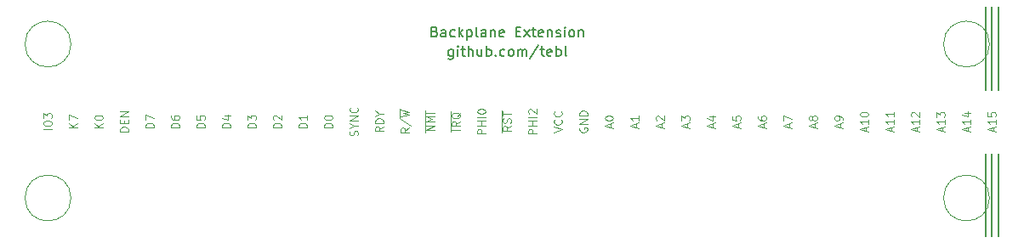
<source format=gto>
G04 #@! TF.FileFunction,Legend,Top*
%FSLAX46Y46*%
G04 Gerber Fmt 4.6, Leading zero omitted, Abs format (unit mm)*
G04 Created by KiCad (PCBNEW 4.0.7) date 01/27/20 16:21:50*
%MOMM*%
%LPD*%
G01*
G04 APERTURE LIST*
%ADD10C,0.100000*%
%ADD11C,0.200000*%
%ADD12C,0.150000*%
%ADD13C,0.120000*%
G04 APERTURE END LIST*
D10*
X154540000Y-107289523D02*
X154501905Y-107365714D01*
X154501905Y-107479999D01*
X154540000Y-107594285D01*
X154616190Y-107670476D01*
X154692381Y-107708571D01*
X154844762Y-107746666D01*
X154959048Y-107746666D01*
X155111429Y-107708571D01*
X155187619Y-107670476D01*
X155263810Y-107594285D01*
X155301905Y-107479999D01*
X155301905Y-107403809D01*
X155263810Y-107289523D01*
X155225714Y-107251428D01*
X154959048Y-107251428D01*
X154959048Y-107403809D01*
X155301905Y-106908571D02*
X154501905Y-106908571D01*
X155301905Y-106451428D01*
X154501905Y-106451428D01*
X155301905Y-106070476D02*
X154501905Y-106070476D01*
X154501905Y-105880000D01*
X154540000Y-105765714D01*
X154616190Y-105689523D01*
X154692381Y-105651428D01*
X154844762Y-105613333D01*
X154959048Y-105613333D01*
X155111429Y-105651428D01*
X155187619Y-105689523D01*
X155263810Y-105765714D01*
X155301905Y-105880000D01*
X155301905Y-106070476D01*
X151961905Y-107746667D02*
X152761905Y-107480000D01*
X151961905Y-107213333D01*
X152685714Y-106489524D02*
X152723810Y-106527619D01*
X152761905Y-106641905D01*
X152761905Y-106718095D01*
X152723810Y-106832381D01*
X152647619Y-106908572D01*
X152571429Y-106946667D01*
X152419048Y-106984762D01*
X152304762Y-106984762D01*
X152152381Y-106946667D01*
X152076190Y-106908572D01*
X152000000Y-106832381D01*
X151961905Y-106718095D01*
X151961905Y-106641905D01*
X152000000Y-106527619D01*
X152038095Y-106489524D01*
X152685714Y-105689524D02*
X152723810Y-105727619D01*
X152761905Y-105841905D01*
X152761905Y-105918095D01*
X152723810Y-106032381D01*
X152647619Y-106108572D01*
X152571429Y-106146667D01*
X152419048Y-106184762D01*
X152304762Y-106184762D01*
X152152381Y-106146667D01*
X152076190Y-106108572D01*
X152000000Y-106032381D01*
X151961905Y-105918095D01*
X151961905Y-105841905D01*
X152000000Y-105727619D01*
X152038095Y-105689524D01*
X150221905Y-107880000D02*
X149421905Y-107880000D01*
X149421905Y-107575238D01*
X149460000Y-107499047D01*
X149498095Y-107460952D01*
X149574286Y-107422857D01*
X149688571Y-107422857D01*
X149764762Y-107460952D01*
X149802857Y-107499047D01*
X149840952Y-107575238D01*
X149840952Y-107880000D01*
X150221905Y-107080000D02*
X149421905Y-107080000D01*
X149802857Y-107080000D02*
X149802857Y-106622857D01*
X150221905Y-106622857D02*
X149421905Y-106622857D01*
X150221905Y-106241905D02*
X149421905Y-106241905D01*
X149498095Y-105899048D02*
X149460000Y-105860953D01*
X149421905Y-105784762D01*
X149421905Y-105594286D01*
X149460000Y-105518096D01*
X149498095Y-105480000D01*
X149574286Y-105441905D01*
X149650476Y-105441905D01*
X149764762Y-105480000D01*
X150221905Y-105937143D01*
X150221905Y-105441905D01*
X147681905Y-107118095D02*
X147300952Y-107384762D01*
X147681905Y-107575238D02*
X146881905Y-107575238D01*
X146881905Y-107270476D01*
X146920000Y-107194285D01*
X146958095Y-107156190D01*
X147034286Y-107118095D01*
X147148571Y-107118095D01*
X147224762Y-107156190D01*
X147262857Y-107194285D01*
X147300952Y-107270476D01*
X147300952Y-107575238D01*
X147643810Y-106813333D02*
X147681905Y-106699047D01*
X147681905Y-106508571D01*
X147643810Y-106432381D01*
X147605714Y-106394285D01*
X147529524Y-106356190D01*
X147453333Y-106356190D01*
X147377143Y-106394285D01*
X147339048Y-106432381D01*
X147300952Y-106508571D01*
X147262857Y-106660952D01*
X147224762Y-106737143D01*
X147186667Y-106775238D01*
X147110476Y-106813333D01*
X147034286Y-106813333D01*
X146958095Y-106775238D01*
X146920000Y-106737143D01*
X146881905Y-106660952D01*
X146881905Y-106470476D01*
X146920000Y-106356190D01*
X146881905Y-106127619D02*
X146881905Y-105670476D01*
X147681905Y-105899047D02*
X146881905Y-105899047D01*
X146744000Y-107765714D02*
X146744000Y-105594285D01*
X145141905Y-107880000D02*
X144341905Y-107880000D01*
X144341905Y-107575238D01*
X144380000Y-107499047D01*
X144418095Y-107460952D01*
X144494286Y-107422857D01*
X144608571Y-107422857D01*
X144684762Y-107460952D01*
X144722857Y-107499047D01*
X144760952Y-107575238D01*
X144760952Y-107880000D01*
X145141905Y-107080000D02*
X144341905Y-107080000D01*
X144722857Y-107080000D02*
X144722857Y-106622857D01*
X145141905Y-106622857D02*
X144341905Y-106622857D01*
X145141905Y-106241905D02*
X144341905Y-106241905D01*
X144341905Y-105708572D02*
X144341905Y-105632381D01*
X144380000Y-105556191D01*
X144418095Y-105518096D01*
X144494286Y-105480000D01*
X144646667Y-105441905D01*
X144837143Y-105441905D01*
X144989524Y-105480000D01*
X145065714Y-105518096D01*
X145103810Y-105556191D01*
X145141905Y-105632381D01*
X145141905Y-105708572D01*
X145103810Y-105784762D01*
X145065714Y-105822858D01*
X144989524Y-105860953D01*
X144837143Y-105899048D01*
X144646667Y-105899048D01*
X144494286Y-105860953D01*
X144418095Y-105822858D01*
X144380000Y-105784762D01*
X144341905Y-105708572D01*
X142601905Y-107499047D02*
X141801905Y-107499047D01*
X142601905Y-106660952D02*
X142220952Y-106927619D01*
X142601905Y-107118095D02*
X141801905Y-107118095D01*
X141801905Y-106813333D01*
X141840000Y-106737142D01*
X141878095Y-106699047D01*
X141954286Y-106660952D01*
X142068571Y-106660952D01*
X142144762Y-106699047D01*
X142182857Y-106737142D01*
X142220952Y-106813333D01*
X142220952Y-107118095D01*
X142678095Y-105784761D02*
X142640000Y-105860952D01*
X142563810Y-105937142D01*
X142449524Y-106051428D01*
X142411429Y-106127619D01*
X142411429Y-106203809D01*
X142601905Y-106165714D02*
X142563810Y-106241904D01*
X142487619Y-106318095D01*
X142335238Y-106356190D01*
X142068571Y-106356190D01*
X141916190Y-106318095D01*
X141840000Y-106241904D01*
X141801905Y-106165714D01*
X141801905Y-106013333D01*
X141840000Y-105937142D01*
X141916190Y-105860952D01*
X142068571Y-105822857D01*
X142335238Y-105822857D01*
X142487619Y-105860952D01*
X142563810Y-105937142D01*
X142601905Y-106013333D01*
X142601905Y-106165714D01*
X141664000Y-107689523D02*
X141664000Y-105670476D01*
X140061905Y-107556190D02*
X139261905Y-107556190D01*
X140061905Y-107099047D01*
X139261905Y-107099047D01*
X140061905Y-106718095D02*
X139261905Y-106718095D01*
X139833333Y-106451428D01*
X139261905Y-106184761D01*
X140061905Y-106184761D01*
X140061905Y-105803809D02*
X139261905Y-105803809D01*
X139124000Y-107746666D02*
X139124000Y-105613333D01*
X137521905Y-107308571D02*
X137140952Y-107575238D01*
X137521905Y-107765714D02*
X136721905Y-107765714D01*
X136721905Y-107460952D01*
X136760000Y-107384761D01*
X136798095Y-107346666D01*
X136874286Y-107308571D01*
X136988571Y-107308571D01*
X137064762Y-107346666D01*
X137102857Y-107384761D01*
X137140952Y-107460952D01*
X137140952Y-107765714D01*
X136683810Y-106394285D02*
X137712381Y-107080000D01*
X136721905Y-106203809D02*
X137521905Y-106013333D01*
X136950476Y-105860952D01*
X137521905Y-105708571D01*
X136721905Y-105518095D01*
X136584000Y-106318095D02*
X136584000Y-105403809D01*
X134981905Y-107175238D02*
X134600952Y-107441905D01*
X134981905Y-107632381D02*
X134181905Y-107632381D01*
X134181905Y-107327619D01*
X134220000Y-107251428D01*
X134258095Y-107213333D01*
X134334286Y-107175238D01*
X134448571Y-107175238D01*
X134524762Y-107213333D01*
X134562857Y-107251428D01*
X134600952Y-107327619D01*
X134600952Y-107632381D01*
X134981905Y-106832381D02*
X134181905Y-106832381D01*
X134181905Y-106641905D01*
X134220000Y-106527619D01*
X134296190Y-106451428D01*
X134372381Y-106413333D01*
X134524762Y-106375238D01*
X134639048Y-106375238D01*
X134791429Y-106413333D01*
X134867619Y-106451428D01*
X134943810Y-106527619D01*
X134981905Y-106641905D01*
X134981905Y-106832381D01*
X134600952Y-105880000D02*
X134981905Y-105880000D01*
X134181905Y-106146667D02*
X134600952Y-105880000D01*
X134181905Y-105613333D01*
D11*
X196215000Y-103505000D02*
X196215000Y-95250000D01*
X195580000Y-95250000D02*
X195580000Y-103505000D01*
X194945000Y-103505000D02*
X194945000Y-95250000D01*
X196215000Y-109855000D02*
X196215000Y-118110000D01*
X195580000Y-118110000D02*
X195580000Y-109855000D01*
X194945000Y-109855000D02*
X194945000Y-118110000D01*
D10*
X195713333Y-107632381D02*
X195713333Y-107251429D01*
X195941905Y-107708572D02*
X195141905Y-107441905D01*
X195941905Y-107175238D01*
X195941905Y-106489524D02*
X195941905Y-106946667D01*
X195941905Y-106718096D02*
X195141905Y-106718096D01*
X195256190Y-106794286D01*
X195332381Y-106870477D01*
X195370476Y-106946667D01*
X195141905Y-105765714D02*
X195141905Y-106146667D01*
X195522857Y-106184762D01*
X195484762Y-106146667D01*
X195446667Y-106070476D01*
X195446667Y-105880000D01*
X195484762Y-105803810D01*
X195522857Y-105765714D01*
X195599048Y-105727619D01*
X195789524Y-105727619D01*
X195865714Y-105765714D01*
X195903810Y-105803810D01*
X195941905Y-105880000D01*
X195941905Y-106070476D01*
X195903810Y-106146667D01*
X195865714Y-106184762D01*
X193173333Y-107632381D02*
X193173333Y-107251429D01*
X193401905Y-107708572D02*
X192601905Y-107441905D01*
X193401905Y-107175238D01*
X193401905Y-106489524D02*
X193401905Y-106946667D01*
X193401905Y-106718096D02*
X192601905Y-106718096D01*
X192716190Y-106794286D01*
X192792381Y-106870477D01*
X192830476Y-106946667D01*
X192868571Y-105803810D02*
X193401905Y-105803810D01*
X192563810Y-105994286D02*
X193135238Y-106184762D01*
X193135238Y-105689524D01*
X190633333Y-107632381D02*
X190633333Y-107251429D01*
X190861905Y-107708572D02*
X190061905Y-107441905D01*
X190861905Y-107175238D01*
X190861905Y-106489524D02*
X190861905Y-106946667D01*
X190861905Y-106718096D02*
X190061905Y-106718096D01*
X190176190Y-106794286D01*
X190252381Y-106870477D01*
X190290476Y-106946667D01*
X190061905Y-106222857D02*
X190061905Y-105727619D01*
X190366667Y-105994286D01*
X190366667Y-105880000D01*
X190404762Y-105803810D01*
X190442857Y-105765714D01*
X190519048Y-105727619D01*
X190709524Y-105727619D01*
X190785714Y-105765714D01*
X190823810Y-105803810D01*
X190861905Y-105880000D01*
X190861905Y-106108572D01*
X190823810Y-106184762D01*
X190785714Y-106222857D01*
X188093333Y-107632381D02*
X188093333Y-107251429D01*
X188321905Y-107708572D02*
X187521905Y-107441905D01*
X188321905Y-107175238D01*
X188321905Y-106489524D02*
X188321905Y-106946667D01*
X188321905Y-106718096D02*
X187521905Y-106718096D01*
X187636190Y-106794286D01*
X187712381Y-106870477D01*
X187750476Y-106946667D01*
X187598095Y-106184762D02*
X187560000Y-106146667D01*
X187521905Y-106070476D01*
X187521905Y-105880000D01*
X187560000Y-105803810D01*
X187598095Y-105765714D01*
X187674286Y-105727619D01*
X187750476Y-105727619D01*
X187864762Y-105765714D01*
X188321905Y-106222857D01*
X188321905Y-105727619D01*
X185553333Y-107632381D02*
X185553333Y-107251429D01*
X185781905Y-107708572D02*
X184981905Y-107441905D01*
X185781905Y-107175238D01*
X185781905Y-106489524D02*
X185781905Y-106946667D01*
X185781905Y-106718096D02*
X184981905Y-106718096D01*
X185096190Y-106794286D01*
X185172381Y-106870477D01*
X185210476Y-106946667D01*
X185781905Y-105727619D02*
X185781905Y-106184762D01*
X185781905Y-105956191D02*
X184981905Y-105956191D01*
X185096190Y-106032381D01*
X185172381Y-106108572D01*
X185210476Y-106184762D01*
X183013333Y-107632381D02*
X183013333Y-107251429D01*
X183241905Y-107708572D02*
X182441905Y-107441905D01*
X183241905Y-107175238D01*
X183241905Y-106489524D02*
X183241905Y-106946667D01*
X183241905Y-106718096D02*
X182441905Y-106718096D01*
X182556190Y-106794286D01*
X182632381Y-106870477D01*
X182670476Y-106946667D01*
X182441905Y-105994286D02*
X182441905Y-105918095D01*
X182480000Y-105841905D01*
X182518095Y-105803810D01*
X182594286Y-105765714D01*
X182746667Y-105727619D01*
X182937143Y-105727619D01*
X183089524Y-105765714D01*
X183165714Y-105803810D01*
X183203810Y-105841905D01*
X183241905Y-105918095D01*
X183241905Y-105994286D01*
X183203810Y-106070476D01*
X183165714Y-106108572D01*
X183089524Y-106146667D01*
X182937143Y-106184762D01*
X182746667Y-106184762D01*
X182594286Y-106146667D01*
X182518095Y-106108572D01*
X182480000Y-106070476D01*
X182441905Y-105994286D01*
X180473333Y-107251428D02*
X180473333Y-106870476D01*
X180701905Y-107327619D02*
X179901905Y-107060952D01*
X180701905Y-106794285D01*
X180701905Y-106489524D02*
X180701905Y-106337143D01*
X180663810Y-106260952D01*
X180625714Y-106222857D01*
X180511429Y-106146666D01*
X180359048Y-106108571D01*
X180054286Y-106108571D01*
X179978095Y-106146666D01*
X179940000Y-106184762D01*
X179901905Y-106260952D01*
X179901905Y-106413333D01*
X179940000Y-106489524D01*
X179978095Y-106527619D01*
X180054286Y-106565714D01*
X180244762Y-106565714D01*
X180320952Y-106527619D01*
X180359048Y-106489524D01*
X180397143Y-106413333D01*
X180397143Y-106260952D01*
X180359048Y-106184762D01*
X180320952Y-106146666D01*
X180244762Y-106108571D01*
X177933333Y-107251428D02*
X177933333Y-106870476D01*
X178161905Y-107327619D02*
X177361905Y-107060952D01*
X178161905Y-106794285D01*
X177704762Y-106413333D02*
X177666667Y-106489524D01*
X177628571Y-106527619D01*
X177552381Y-106565714D01*
X177514286Y-106565714D01*
X177438095Y-106527619D01*
X177400000Y-106489524D01*
X177361905Y-106413333D01*
X177361905Y-106260952D01*
X177400000Y-106184762D01*
X177438095Y-106146666D01*
X177514286Y-106108571D01*
X177552381Y-106108571D01*
X177628571Y-106146666D01*
X177666667Y-106184762D01*
X177704762Y-106260952D01*
X177704762Y-106413333D01*
X177742857Y-106489524D01*
X177780952Y-106527619D01*
X177857143Y-106565714D01*
X178009524Y-106565714D01*
X178085714Y-106527619D01*
X178123810Y-106489524D01*
X178161905Y-106413333D01*
X178161905Y-106260952D01*
X178123810Y-106184762D01*
X178085714Y-106146666D01*
X178009524Y-106108571D01*
X177857143Y-106108571D01*
X177780952Y-106146666D01*
X177742857Y-106184762D01*
X177704762Y-106260952D01*
X175393333Y-107251428D02*
X175393333Y-106870476D01*
X175621905Y-107327619D02*
X174821905Y-107060952D01*
X175621905Y-106794285D01*
X174821905Y-106603809D02*
X174821905Y-106070476D01*
X175621905Y-106413333D01*
X172853333Y-107251428D02*
X172853333Y-106870476D01*
X173081905Y-107327619D02*
X172281905Y-107060952D01*
X173081905Y-106794285D01*
X172281905Y-106184762D02*
X172281905Y-106337143D01*
X172320000Y-106413333D01*
X172358095Y-106451428D01*
X172472381Y-106527619D01*
X172624762Y-106565714D01*
X172929524Y-106565714D01*
X173005714Y-106527619D01*
X173043810Y-106489524D01*
X173081905Y-106413333D01*
X173081905Y-106260952D01*
X173043810Y-106184762D01*
X173005714Y-106146666D01*
X172929524Y-106108571D01*
X172739048Y-106108571D01*
X172662857Y-106146666D01*
X172624762Y-106184762D01*
X172586667Y-106260952D01*
X172586667Y-106413333D01*
X172624762Y-106489524D01*
X172662857Y-106527619D01*
X172739048Y-106565714D01*
X170313333Y-107251428D02*
X170313333Y-106870476D01*
X170541905Y-107327619D02*
X169741905Y-107060952D01*
X170541905Y-106794285D01*
X169741905Y-106146666D02*
X169741905Y-106527619D01*
X170122857Y-106565714D01*
X170084762Y-106527619D01*
X170046667Y-106451428D01*
X170046667Y-106260952D01*
X170084762Y-106184762D01*
X170122857Y-106146666D01*
X170199048Y-106108571D01*
X170389524Y-106108571D01*
X170465714Y-106146666D01*
X170503810Y-106184762D01*
X170541905Y-106260952D01*
X170541905Y-106451428D01*
X170503810Y-106527619D01*
X170465714Y-106565714D01*
X167773333Y-107251428D02*
X167773333Y-106870476D01*
X168001905Y-107327619D02*
X167201905Y-107060952D01*
X168001905Y-106794285D01*
X167468571Y-106184762D02*
X168001905Y-106184762D01*
X167163810Y-106375238D02*
X167735238Y-106565714D01*
X167735238Y-106070476D01*
X165233333Y-107251428D02*
X165233333Y-106870476D01*
X165461905Y-107327619D02*
X164661905Y-107060952D01*
X165461905Y-106794285D01*
X164661905Y-106603809D02*
X164661905Y-106108571D01*
X164966667Y-106375238D01*
X164966667Y-106260952D01*
X165004762Y-106184762D01*
X165042857Y-106146666D01*
X165119048Y-106108571D01*
X165309524Y-106108571D01*
X165385714Y-106146666D01*
X165423810Y-106184762D01*
X165461905Y-106260952D01*
X165461905Y-106489524D01*
X165423810Y-106565714D01*
X165385714Y-106603809D01*
X162693333Y-107251428D02*
X162693333Y-106870476D01*
X162921905Y-107327619D02*
X162121905Y-107060952D01*
X162921905Y-106794285D01*
X162198095Y-106565714D02*
X162160000Y-106527619D01*
X162121905Y-106451428D01*
X162121905Y-106260952D01*
X162160000Y-106184762D01*
X162198095Y-106146666D01*
X162274286Y-106108571D01*
X162350476Y-106108571D01*
X162464762Y-106146666D01*
X162921905Y-106603809D01*
X162921905Y-106108571D01*
X160153333Y-107251428D02*
X160153333Y-106870476D01*
X160381905Y-107327619D02*
X159581905Y-107060952D01*
X160381905Y-106794285D01*
X160381905Y-106108571D02*
X160381905Y-106565714D01*
X160381905Y-106337143D02*
X159581905Y-106337143D01*
X159696190Y-106413333D01*
X159772381Y-106489524D01*
X159810476Y-106565714D01*
X157613333Y-107251428D02*
X157613333Y-106870476D01*
X157841905Y-107327619D02*
X157041905Y-107060952D01*
X157841905Y-106794285D01*
X157041905Y-106375238D02*
X157041905Y-106299047D01*
X157080000Y-106222857D01*
X157118095Y-106184762D01*
X157194286Y-106146666D01*
X157346667Y-106108571D01*
X157537143Y-106108571D01*
X157689524Y-106146666D01*
X157765714Y-106184762D01*
X157803810Y-106222857D01*
X157841905Y-106299047D01*
X157841905Y-106375238D01*
X157803810Y-106451428D01*
X157765714Y-106489524D01*
X157689524Y-106527619D01*
X157537143Y-106565714D01*
X157346667Y-106565714D01*
X157194286Y-106527619D01*
X157118095Y-106489524D01*
X157080000Y-106451428D01*
X157041905Y-106375238D01*
X129901905Y-107270476D02*
X129101905Y-107270476D01*
X129101905Y-107080000D01*
X129140000Y-106965714D01*
X129216190Y-106889523D01*
X129292381Y-106851428D01*
X129444762Y-106813333D01*
X129559048Y-106813333D01*
X129711429Y-106851428D01*
X129787619Y-106889523D01*
X129863810Y-106965714D01*
X129901905Y-107080000D01*
X129901905Y-107270476D01*
X129101905Y-106318095D02*
X129101905Y-106241904D01*
X129140000Y-106165714D01*
X129178095Y-106127619D01*
X129254286Y-106089523D01*
X129406667Y-106051428D01*
X129597143Y-106051428D01*
X129749524Y-106089523D01*
X129825714Y-106127619D01*
X129863810Y-106165714D01*
X129901905Y-106241904D01*
X129901905Y-106318095D01*
X129863810Y-106394285D01*
X129825714Y-106432381D01*
X129749524Y-106470476D01*
X129597143Y-106508571D01*
X129406667Y-106508571D01*
X129254286Y-106470476D01*
X129178095Y-106432381D01*
X129140000Y-106394285D01*
X129101905Y-106318095D01*
X127361905Y-107270476D02*
X126561905Y-107270476D01*
X126561905Y-107080000D01*
X126600000Y-106965714D01*
X126676190Y-106889523D01*
X126752381Y-106851428D01*
X126904762Y-106813333D01*
X127019048Y-106813333D01*
X127171429Y-106851428D01*
X127247619Y-106889523D01*
X127323810Y-106965714D01*
X127361905Y-107080000D01*
X127361905Y-107270476D01*
X127361905Y-106051428D02*
X127361905Y-106508571D01*
X127361905Y-106280000D02*
X126561905Y-106280000D01*
X126676190Y-106356190D01*
X126752381Y-106432381D01*
X126790476Y-106508571D01*
X124821905Y-107270476D02*
X124021905Y-107270476D01*
X124021905Y-107080000D01*
X124060000Y-106965714D01*
X124136190Y-106889523D01*
X124212381Y-106851428D01*
X124364762Y-106813333D01*
X124479048Y-106813333D01*
X124631429Y-106851428D01*
X124707619Y-106889523D01*
X124783810Y-106965714D01*
X124821905Y-107080000D01*
X124821905Y-107270476D01*
X124098095Y-106508571D02*
X124060000Y-106470476D01*
X124021905Y-106394285D01*
X124021905Y-106203809D01*
X124060000Y-106127619D01*
X124098095Y-106089523D01*
X124174286Y-106051428D01*
X124250476Y-106051428D01*
X124364762Y-106089523D01*
X124821905Y-106546666D01*
X124821905Y-106051428D01*
X122281905Y-107270476D02*
X121481905Y-107270476D01*
X121481905Y-107080000D01*
X121520000Y-106965714D01*
X121596190Y-106889523D01*
X121672381Y-106851428D01*
X121824762Y-106813333D01*
X121939048Y-106813333D01*
X122091429Y-106851428D01*
X122167619Y-106889523D01*
X122243810Y-106965714D01*
X122281905Y-107080000D01*
X122281905Y-107270476D01*
X121481905Y-106546666D02*
X121481905Y-106051428D01*
X121786667Y-106318095D01*
X121786667Y-106203809D01*
X121824762Y-106127619D01*
X121862857Y-106089523D01*
X121939048Y-106051428D01*
X122129524Y-106051428D01*
X122205714Y-106089523D01*
X122243810Y-106127619D01*
X122281905Y-106203809D01*
X122281905Y-106432381D01*
X122243810Y-106508571D01*
X122205714Y-106546666D01*
X119741905Y-107270476D02*
X118941905Y-107270476D01*
X118941905Y-107080000D01*
X118980000Y-106965714D01*
X119056190Y-106889523D01*
X119132381Y-106851428D01*
X119284762Y-106813333D01*
X119399048Y-106813333D01*
X119551429Y-106851428D01*
X119627619Y-106889523D01*
X119703810Y-106965714D01*
X119741905Y-107080000D01*
X119741905Y-107270476D01*
X119208571Y-106127619D02*
X119741905Y-106127619D01*
X118903810Y-106318095D02*
X119475238Y-106508571D01*
X119475238Y-106013333D01*
X117201905Y-107270476D02*
X116401905Y-107270476D01*
X116401905Y-107080000D01*
X116440000Y-106965714D01*
X116516190Y-106889523D01*
X116592381Y-106851428D01*
X116744762Y-106813333D01*
X116859048Y-106813333D01*
X117011429Y-106851428D01*
X117087619Y-106889523D01*
X117163810Y-106965714D01*
X117201905Y-107080000D01*
X117201905Y-107270476D01*
X116401905Y-106089523D02*
X116401905Y-106470476D01*
X116782857Y-106508571D01*
X116744762Y-106470476D01*
X116706667Y-106394285D01*
X116706667Y-106203809D01*
X116744762Y-106127619D01*
X116782857Y-106089523D01*
X116859048Y-106051428D01*
X117049524Y-106051428D01*
X117125714Y-106089523D01*
X117163810Y-106127619D01*
X117201905Y-106203809D01*
X117201905Y-106394285D01*
X117163810Y-106470476D01*
X117125714Y-106508571D01*
X114661905Y-107270476D02*
X113861905Y-107270476D01*
X113861905Y-107080000D01*
X113900000Y-106965714D01*
X113976190Y-106889523D01*
X114052381Y-106851428D01*
X114204762Y-106813333D01*
X114319048Y-106813333D01*
X114471429Y-106851428D01*
X114547619Y-106889523D01*
X114623810Y-106965714D01*
X114661905Y-107080000D01*
X114661905Y-107270476D01*
X113861905Y-106127619D02*
X113861905Y-106280000D01*
X113900000Y-106356190D01*
X113938095Y-106394285D01*
X114052381Y-106470476D01*
X114204762Y-106508571D01*
X114509524Y-106508571D01*
X114585714Y-106470476D01*
X114623810Y-106432381D01*
X114661905Y-106356190D01*
X114661905Y-106203809D01*
X114623810Y-106127619D01*
X114585714Y-106089523D01*
X114509524Y-106051428D01*
X114319048Y-106051428D01*
X114242857Y-106089523D01*
X114204762Y-106127619D01*
X114166667Y-106203809D01*
X114166667Y-106356190D01*
X114204762Y-106432381D01*
X114242857Y-106470476D01*
X114319048Y-106508571D01*
X112121905Y-107270476D02*
X111321905Y-107270476D01*
X111321905Y-107080000D01*
X111360000Y-106965714D01*
X111436190Y-106889523D01*
X111512381Y-106851428D01*
X111664762Y-106813333D01*
X111779048Y-106813333D01*
X111931429Y-106851428D01*
X112007619Y-106889523D01*
X112083810Y-106965714D01*
X112121905Y-107080000D01*
X112121905Y-107270476D01*
X111321905Y-106546666D02*
X111321905Y-106013333D01*
X112121905Y-106356190D01*
X109581905Y-107670476D02*
X108781905Y-107670476D01*
X108781905Y-107480000D01*
X108820000Y-107365714D01*
X108896190Y-107289523D01*
X108972381Y-107251428D01*
X109124762Y-107213333D01*
X109239048Y-107213333D01*
X109391429Y-107251428D01*
X109467619Y-107289523D01*
X109543810Y-107365714D01*
X109581905Y-107480000D01*
X109581905Y-107670476D01*
X109162857Y-106870476D02*
X109162857Y-106603809D01*
X109581905Y-106489523D02*
X109581905Y-106870476D01*
X108781905Y-106870476D01*
X108781905Y-106489523D01*
X109581905Y-106146666D02*
X108781905Y-106146666D01*
X109581905Y-105689523D01*
X108781905Y-105689523D01*
X107041905Y-107270476D02*
X106241905Y-107270476D01*
X107041905Y-106813333D02*
X106584762Y-107156190D01*
X106241905Y-106813333D02*
X106699048Y-107270476D01*
X106241905Y-106318095D02*
X106241905Y-106241904D01*
X106280000Y-106165714D01*
X106318095Y-106127619D01*
X106394286Y-106089523D01*
X106546667Y-106051428D01*
X106737143Y-106051428D01*
X106889524Y-106089523D01*
X106965714Y-106127619D01*
X107003810Y-106165714D01*
X107041905Y-106241904D01*
X107041905Y-106318095D01*
X107003810Y-106394285D01*
X106965714Y-106432381D01*
X106889524Y-106470476D01*
X106737143Y-106508571D01*
X106546667Y-106508571D01*
X106394286Y-106470476D01*
X106318095Y-106432381D01*
X106280000Y-106394285D01*
X106241905Y-106318095D01*
X104501905Y-107270476D02*
X103701905Y-107270476D01*
X104501905Y-106813333D02*
X104044762Y-107156190D01*
X103701905Y-106813333D02*
X104159048Y-107270476D01*
X103701905Y-106546666D02*
X103701905Y-106013333D01*
X104501905Y-106356190D01*
X101961905Y-107480000D02*
X101161905Y-107480000D01*
X101161905Y-106946667D02*
X101161905Y-106794286D01*
X101200000Y-106718095D01*
X101276190Y-106641905D01*
X101428571Y-106603810D01*
X101695238Y-106603810D01*
X101847619Y-106641905D01*
X101923810Y-106718095D01*
X101961905Y-106794286D01*
X101961905Y-106946667D01*
X101923810Y-107022857D01*
X101847619Y-107099048D01*
X101695238Y-107137143D01*
X101428571Y-107137143D01*
X101276190Y-107099048D01*
X101200000Y-107022857D01*
X101161905Y-106946667D01*
X101161905Y-106337143D02*
X101161905Y-105841905D01*
X101466667Y-106108572D01*
X101466667Y-105994286D01*
X101504762Y-105918096D01*
X101542857Y-105880000D01*
X101619048Y-105841905D01*
X101809524Y-105841905D01*
X101885714Y-105880000D01*
X101923810Y-105918096D01*
X101961905Y-105994286D01*
X101961905Y-106222858D01*
X101923810Y-106299048D01*
X101885714Y-106337143D01*
X132403810Y-108070476D02*
X132441905Y-107956190D01*
X132441905Y-107765714D01*
X132403810Y-107689524D01*
X132365714Y-107651428D01*
X132289524Y-107613333D01*
X132213333Y-107613333D01*
X132137143Y-107651428D01*
X132099048Y-107689524D01*
X132060952Y-107765714D01*
X132022857Y-107918095D01*
X131984762Y-107994286D01*
X131946667Y-108032381D01*
X131870476Y-108070476D01*
X131794286Y-108070476D01*
X131718095Y-108032381D01*
X131680000Y-107994286D01*
X131641905Y-107918095D01*
X131641905Y-107727619D01*
X131680000Y-107613333D01*
X132060952Y-107118095D02*
X132441905Y-107118095D01*
X131641905Y-107384762D02*
X132060952Y-107118095D01*
X131641905Y-106851428D01*
X132441905Y-106584762D02*
X131641905Y-106584762D01*
X132441905Y-106127619D01*
X131641905Y-106127619D01*
X132365714Y-105289524D02*
X132403810Y-105327619D01*
X132441905Y-105441905D01*
X132441905Y-105518095D01*
X132403810Y-105632381D01*
X132327619Y-105708572D01*
X132251429Y-105746667D01*
X132099048Y-105784762D01*
X131984762Y-105784762D01*
X131832381Y-105746667D01*
X131756190Y-105708572D01*
X131680000Y-105632381D01*
X131641905Y-105518095D01*
X131641905Y-105441905D01*
X131680000Y-105327619D01*
X131718095Y-105289524D01*
D12*
X141915238Y-99480714D02*
X141915238Y-100290238D01*
X141867619Y-100385476D01*
X141820000Y-100433095D01*
X141724761Y-100480714D01*
X141581904Y-100480714D01*
X141486666Y-100433095D01*
X141915238Y-100099762D02*
X141820000Y-100147381D01*
X141629523Y-100147381D01*
X141534285Y-100099762D01*
X141486666Y-100052143D01*
X141439047Y-99956905D01*
X141439047Y-99671190D01*
X141486666Y-99575952D01*
X141534285Y-99528333D01*
X141629523Y-99480714D01*
X141820000Y-99480714D01*
X141915238Y-99528333D01*
X142391428Y-100147381D02*
X142391428Y-99480714D01*
X142391428Y-99147381D02*
X142343809Y-99195000D01*
X142391428Y-99242619D01*
X142439047Y-99195000D01*
X142391428Y-99147381D01*
X142391428Y-99242619D01*
X142724761Y-99480714D02*
X143105713Y-99480714D01*
X142867618Y-99147381D02*
X142867618Y-100004524D01*
X142915237Y-100099762D01*
X143010475Y-100147381D01*
X143105713Y-100147381D01*
X143439047Y-100147381D02*
X143439047Y-99147381D01*
X143867619Y-100147381D02*
X143867619Y-99623571D01*
X143820000Y-99528333D01*
X143724762Y-99480714D01*
X143581904Y-99480714D01*
X143486666Y-99528333D01*
X143439047Y-99575952D01*
X144772381Y-99480714D02*
X144772381Y-100147381D01*
X144343809Y-99480714D02*
X144343809Y-100004524D01*
X144391428Y-100099762D01*
X144486666Y-100147381D01*
X144629524Y-100147381D01*
X144724762Y-100099762D01*
X144772381Y-100052143D01*
X145248571Y-100147381D02*
X145248571Y-99147381D01*
X145248571Y-99528333D02*
X145343809Y-99480714D01*
X145534286Y-99480714D01*
X145629524Y-99528333D01*
X145677143Y-99575952D01*
X145724762Y-99671190D01*
X145724762Y-99956905D01*
X145677143Y-100052143D01*
X145629524Y-100099762D01*
X145534286Y-100147381D01*
X145343809Y-100147381D01*
X145248571Y-100099762D01*
X146153333Y-100052143D02*
X146200952Y-100099762D01*
X146153333Y-100147381D01*
X146105714Y-100099762D01*
X146153333Y-100052143D01*
X146153333Y-100147381D01*
X147058095Y-100099762D02*
X146962857Y-100147381D01*
X146772380Y-100147381D01*
X146677142Y-100099762D01*
X146629523Y-100052143D01*
X146581904Y-99956905D01*
X146581904Y-99671190D01*
X146629523Y-99575952D01*
X146677142Y-99528333D01*
X146772380Y-99480714D01*
X146962857Y-99480714D01*
X147058095Y-99528333D01*
X147629523Y-100147381D02*
X147534285Y-100099762D01*
X147486666Y-100052143D01*
X147439047Y-99956905D01*
X147439047Y-99671190D01*
X147486666Y-99575952D01*
X147534285Y-99528333D01*
X147629523Y-99480714D01*
X147772381Y-99480714D01*
X147867619Y-99528333D01*
X147915238Y-99575952D01*
X147962857Y-99671190D01*
X147962857Y-99956905D01*
X147915238Y-100052143D01*
X147867619Y-100099762D01*
X147772381Y-100147381D01*
X147629523Y-100147381D01*
X148391428Y-100147381D02*
X148391428Y-99480714D01*
X148391428Y-99575952D02*
X148439047Y-99528333D01*
X148534285Y-99480714D01*
X148677143Y-99480714D01*
X148772381Y-99528333D01*
X148820000Y-99623571D01*
X148820000Y-100147381D01*
X148820000Y-99623571D02*
X148867619Y-99528333D01*
X148962857Y-99480714D01*
X149105714Y-99480714D01*
X149200952Y-99528333D01*
X149248571Y-99623571D01*
X149248571Y-100147381D01*
X150439047Y-99099762D02*
X149581904Y-100385476D01*
X150629523Y-99480714D02*
X151010475Y-99480714D01*
X150772380Y-99147381D02*
X150772380Y-100004524D01*
X150819999Y-100099762D01*
X150915237Y-100147381D01*
X151010475Y-100147381D01*
X151724762Y-100099762D02*
X151629524Y-100147381D01*
X151439047Y-100147381D01*
X151343809Y-100099762D01*
X151296190Y-100004524D01*
X151296190Y-99623571D01*
X151343809Y-99528333D01*
X151439047Y-99480714D01*
X151629524Y-99480714D01*
X151724762Y-99528333D01*
X151772381Y-99623571D01*
X151772381Y-99718810D01*
X151296190Y-99814048D01*
X152200952Y-100147381D02*
X152200952Y-99147381D01*
X152200952Y-99528333D02*
X152296190Y-99480714D01*
X152486667Y-99480714D01*
X152581905Y-99528333D01*
X152629524Y-99575952D01*
X152677143Y-99671190D01*
X152677143Y-99956905D01*
X152629524Y-100052143D01*
X152581905Y-100099762D01*
X152486667Y-100147381D01*
X152296190Y-100147381D01*
X152200952Y-100099762D01*
X153248571Y-100147381D02*
X153153333Y-100099762D01*
X153105714Y-100004524D01*
X153105714Y-99147381D01*
X140105714Y-97718571D02*
X140248571Y-97766190D01*
X140296190Y-97813810D01*
X140343809Y-97909048D01*
X140343809Y-98051905D01*
X140296190Y-98147143D01*
X140248571Y-98194762D01*
X140153333Y-98242381D01*
X139772380Y-98242381D01*
X139772380Y-97242381D01*
X140105714Y-97242381D01*
X140200952Y-97290000D01*
X140248571Y-97337619D01*
X140296190Y-97432857D01*
X140296190Y-97528095D01*
X140248571Y-97623333D01*
X140200952Y-97670952D01*
X140105714Y-97718571D01*
X139772380Y-97718571D01*
X141200952Y-98242381D02*
X141200952Y-97718571D01*
X141153333Y-97623333D01*
X141058095Y-97575714D01*
X140867618Y-97575714D01*
X140772380Y-97623333D01*
X141200952Y-98194762D02*
X141105714Y-98242381D01*
X140867618Y-98242381D01*
X140772380Y-98194762D01*
X140724761Y-98099524D01*
X140724761Y-98004286D01*
X140772380Y-97909048D01*
X140867618Y-97861429D01*
X141105714Y-97861429D01*
X141200952Y-97813810D01*
X142105714Y-98194762D02*
X142010476Y-98242381D01*
X141819999Y-98242381D01*
X141724761Y-98194762D01*
X141677142Y-98147143D01*
X141629523Y-98051905D01*
X141629523Y-97766190D01*
X141677142Y-97670952D01*
X141724761Y-97623333D01*
X141819999Y-97575714D01*
X142010476Y-97575714D01*
X142105714Y-97623333D01*
X142534285Y-98242381D02*
X142534285Y-97242381D01*
X142629523Y-97861429D02*
X142915238Y-98242381D01*
X142915238Y-97575714D02*
X142534285Y-97956667D01*
X143343809Y-97575714D02*
X143343809Y-98575714D01*
X143343809Y-97623333D02*
X143439047Y-97575714D01*
X143629524Y-97575714D01*
X143724762Y-97623333D01*
X143772381Y-97670952D01*
X143820000Y-97766190D01*
X143820000Y-98051905D01*
X143772381Y-98147143D01*
X143724762Y-98194762D01*
X143629524Y-98242381D01*
X143439047Y-98242381D01*
X143343809Y-98194762D01*
X144391428Y-98242381D02*
X144296190Y-98194762D01*
X144248571Y-98099524D01*
X144248571Y-97242381D01*
X145200953Y-98242381D02*
X145200953Y-97718571D01*
X145153334Y-97623333D01*
X145058096Y-97575714D01*
X144867619Y-97575714D01*
X144772381Y-97623333D01*
X145200953Y-98194762D02*
X145105715Y-98242381D01*
X144867619Y-98242381D01*
X144772381Y-98194762D01*
X144724762Y-98099524D01*
X144724762Y-98004286D01*
X144772381Y-97909048D01*
X144867619Y-97861429D01*
X145105715Y-97861429D01*
X145200953Y-97813810D01*
X145677143Y-97575714D02*
X145677143Y-98242381D01*
X145677143Y-97670952D02*
X145724762Y-97623333D01*
X145820000Y-97575714D01*
X145962858Y-97575714D01*
X146058096Y-97623333D01*
X146105715Y-97718571D01*
X146105715Y-98242381D01*
X146962858Y-98194762D02*
X146867620Y-98242381D01*
X146677143Y-98242381D01*
X146581905Y-98194762D01*
X146534286Y-98099524D01*
X146534286Y-97718571D01*
X146581905Y-97623333D01*
X146677143Y-97575714D01*
X146867620Y-97575714D01*
X146962858Y-97623333D01*
X147010477Y-97718571D01*
X147010477Y-97813810D01*
X146534286Y-97909048D01*
X148200953Y-97718571D02*
X148534287Y-97718571D01*
X148677144Y-98242381D02*
X148200953Y-98242381D01*
X148200953Y-97242381D01*
X148677144Y-97242381D01*
X149010477Y-98242381D02*
X149534287Y-97575714D01*
X149010477Y-97575714D02*
X149534287Y-98242381D01*
X149772382Y-97575714D02*
X150153334Y-97575714D01*
X149915239Y-97242381D02*
X149915239Y-98099524D01*
X149962858Y-98194762D01*
X150058096Y-98242381D01*
X150153334Y-98242381D01*
X150867621Y-98194762D02*
X150772383Y-98242381D01*
X150581906Y-98242381D01*
X150486668Y-98194762D01*
X150439049Y-98099524D01*
X150439049Y-97718571D01*
X150486668Y-97623333D01*
X150581906Y-97575714D01*
X150772383Y-97575714D01*
X150867621Y-97623333D01*
X150915240Y-97718571D01*
X150915240Y-97813810D01*
X150439049Y-97909048D01*
X151343811Y-97575714D02*
X151343811Y-98242381D01*
X151343811Y-97670952D02*
X151391430Y-97623333D01*
X151486668Y-97575714D01*
X151629526Y-97575714D01*
X151724764Y-97623333D01*
X151772383Y-97718571D01*
X151772383Y-98242381D01*
X152200954Y-98194762D02*
X152296192Y-98242381D01*
X152486668Y-98242381D01*
X152581907Y-98194762D01*
X152629526Y-98099524D01*
X152629526Y-98051905D01*
X152581907Y-97956667D01*
X152486668Y-97909048D01*
X152343811Y-97909048D01*
X152248573Y-97861429D01*
X152200954Y-97766190D01*
X152200954Y-97718571D01*
X152248573Y-97623333D01*
X152343811Y-97575714D01*
X152486668Y-97575714D01*
X152581907Y-97623333D01*
X153058097Y-98242381D02*
X153058097Y-97575714D01*
X153058097Y-97242381D02*
X153010478Y-97290000D01*
X153058097Y-97337619D01*
X153105716Y-97290000D01*
X153058097Y-97242381D01*
X153058097Y-97337619D01*
X153677144Y-98242381D02*
X153581906Y-98194762D01*
X153534287Y-98147143D01*
X153486668Y-98051905D01*
X153486668Y-97766190D01*
X153534287Y-97670952D01*
X153581906Y-97623333D01*
X153677144Y-97575714D01*
X153820002Y-97575714D01*
X153915240Y-97623333D01*
X153962859Y-97670952D01*
X154010478Y-97766190D01*
X154010478Y-98051905D01*
X153962859Y-98147143D01*
X153915240Y-98194762D01*
X153820002Y-98242381D01*
X153677144Y-98242381D01*
X154439049Y-97575714D02*
X154439049Y-98242381D01*
X154439049Y-97670952D02*
X154486668Y-97623333D01*
X154581906Y-97575714D01*
X154724764Y-97575714D01*
X154820002Y-97623333D01*
X154867621Y-97718571D01*
X154867621Y-98242381D01*
D13*
X103886000Y-98960000D02*
G75*
G03X103886000Y-98960000I-2286000J0D01*
G01*
X195326000Y-98960000D02*
G75*
G03X195326000Y-98960000I-2286000J0D01*
G01*
X195326000Y-114300000D02*
G75*
G03X195326000Y-114300000I-2286000J0D01*
G01*
X103886000Y-114300000D02*
G75*
G03X103886000Y-114300000I-2286000J0D01*
G01*
M02*

</source>
